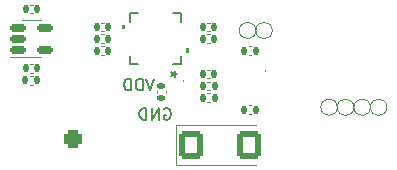
<source format=gbo>
%TF.GenerationSoftware,KiCad,Pcbnew,7.0.2*%
%TF.CreationDate,2024-01-22T16:16:07-06:00*%
%TF.ProjectId,imu-harvester,696d752d-6861-4727-9665-737465722e6b,rev?*%
%TF.SameCoordinates,Original*%
%TF.FileFunction,Legend,Bot*%
%TF.FilePolarity,Positive*%
%FSLAX46Y46*%
G04 Gerber Fmt 4.6, Leading zero omitted, Abs format (unit mm)*
G04 Created by KiCad (PCBNEW 7.0.2) date 2024-01-22 16:16:07*
%MOMM*%
%LPD*%
G01*
G04 APERTURE LIST*
G04 Aperture macros list*
%AMRoundRect*
0 Rectangle with rounded corners*
0 $1 Rounding radius*
0 $2 $3 $4 $5 $6 $7 $8 $9 X,Y pos of 4 corners*
0 Add a 4 corners polygon primitive as box body*
4,1,4,$2,$3,$4,$5,$6,$7,$8,$9,$2,$3,0*
0 Add four circle primitives for the rounded corners*
1,1,$1+$1,$2,$3*
1,1,$1+$1,$4,$5*
1,1,$1+$1,$6,$7*
1,1,$1+$1,$8,$9*
0 Add four rect primitives between the rounded corners*
20,1,$1+$1,$2,$3,$4,$5,0*
20,1,$1+$1,$4,$5,$6,$7,0*
20,1,$1+$1,$6,$7,$8,$9,0*
20,1,$1+$1,$8,$9,$2,$3,0*%
%AMFreePoly0*
4,1,7,1.299000,0.750000,1.299000,-0.750000,0.000000,-1.500000,-1.299000,-0.750000,-1.299000,0.750000,0.000000,1.500000,1.299000,0.750000,1.299000,0.750000,$1*%
G04 Aperture macros list end*
%ADD10C,0.150000*%
%ADD11C,0.120000*%
%ADD12C,0.100000*%
%ADD13C,0.152400*%
%ADD14C,0.200000*%
%ADD15RoundRect,0.400000X-0.400000X-0.400000X0.400000X-0.400000X0.400000X0.400000X-0.400000X0.400000X0*%
%ADD16C,1.600000*%
%ADD17C,1.000000*%
%ADD18FreePoly0,180.000000*%
%ADD19R,0.150000X0.250000*%
%ADD20R,0.500000X0.250000*%
%ADD21RoundRect,0.135000X0.135000X0.185000X-0.135000X0.185000X-0.135000X-0.185000X0.135000X-0.185000X0*%
%ADD22RoundRect,0.140000X0.140000X0.170000X-0.140000X0.170000X-0.140000X-0.170000X0.140000X-0.170000X0*%
%ADD23RoundRect,0.140000X-0.140000X-0.170000X0.140000X-0.170000X0.140000X0.170000X-0.140000X0.170000X0*%
%ADD24RoundRect,0.150000X-0.512500X-0.150000X0.512500X-0.150000X0.512500X0.150000X-0.512500X0.150000X0*%
%ADD25RoundRect,0.250000X-0.787500X-0.925000X0.787500X-0.925000X0.787500X0.925000X-0.787500X0.925000X0*%
%ADD26R,0.249200X0.784800*%
%ADD27R,0.784800X0.249200*%
%ADD28R,2.550000X2.550000*%
%ADD29R,0.410000X0.280000*%
%ADD30R,0.280000X0.410000*%
%ADD31RoundRect,0.140000X-0.170000X0.140000X-0.170000X-0.140000X0.170000X-0.140000X0.170000X0.140000X0*%
G04 APERTURE END LIST*
D10*
X192404761Y-54877619D02*
X192071428Y-55877619D01*
X192071428Y-55877619D02*
X191738095Y-54877619D01*
X191404761Y-55877619D02*
X191404761Y-54877619D01*
X191404761Y-54877619D02*
X191166666Y-54877619D01*
X191166666Y-54877619D02*
X191023809Y-54925238D01*
X191023809Y-54925238D02*
X190928571Y-55020476D01*
X190928571Y-55020476D02*
X190880952Y-55115714D01*
X190880952Y-55115714D02*
X190833333Y-55306190D01*
X190833333Y-55306190D02*
X190833333Y-55449047D01*
X190833333Y-55449047D02*
X190880952Y-55639523D01*
X190880952Y-55639523D02*
X190928571Y-55734761D01*
X190928571Y-55734761D02*
X191023809Y-55830000D01*
X191023809Y-55830000D02*
X191166666Y-55877619D01*
X191166666Y-55877619D02*
X191404761Y-55877619D01*
X190404761Y-55877619D02*
X190404761Y-54877619D01*
X190404761Y-54877619D02*
X190166666Y-54877619D01*
X190166666Y-54877619D02*
X190023809Y-54925238D01*
X190023809Y-54925238D02*
X189928571Y-55020476D01*
X189928571Y-55020476D02*
X189880952Y-55115714D01*
X189880952Y-55115714D02*
X189833333Y-55306190D01*
X189833333Y-55306190D02*
X189833333Y-55449047D01*
X189833333Y-55449047D02*
X189880952Y-55639523D01*
X189880952Y-55639523D02*
X189928571Y-55734761D01*
X189928571Y-55734761D02*
X190023809Y-55830000D01*
X190023809Y-55830000D02*
X190166666Y-55877619D01*
X190166666Y-55877619D02*
X190404761Y-55877619D01*
X193238095Y-57425238D02*
X193333333Y-57377619D01*
X193333333Y-57377619D02*
X193476190Y-57377619D01*
X193476190Y-57377619D02*
X193619047Y-57425238D01*
X193619047Y-57425238D02*
X193714285Y-57520476D01*
X193714285Y-57520476D02*
X193761904Y-57615714D01*
X193761904Y-57615714D02*
X193809523Y-57806190D01*
X193809523Y-57806190D02*
X193809523Y-57949047D01*
X193809523Y-57949047D02*
X193761904Y-58139523D01*
X193761904Y-58139523D02*
X193714285Y-58234761D01*
X193714285Y-58234761D02*
X193619047Y-58330000D01*
X193619047Y-58330000D02*
X193476190Y-58377619D01*
X193476190Y-58377619D02*
X193380952Y-58377619D01*
X193380952Y-58377619D02*
X193238095Y-58330000D01*
X193238095Y-58330000D02*
X193190476Y-58282380D01*
X193190476Y-58282380D02*
X193190476Y-57949047D01*
X193190476Y-57949047D02*
X193380952Y-57949047D01*
X192761904Y-58377619D02*
X192761904Y-57377619D01*
X192761904Y-57377619D02*
X192190476Y-58377619D01*
X192190476Y-58377619D02*
X192190476Y-57377619D01*
X191714285Y-58377619D02*
X191714285Y-57377619D01*
X191714285Y-57377619D02*
X191476190Y-57377619D01*
X191476190Y-57377619D02*
X191333333Y-57425238D01*
X191333333Y-57425238D02*
X191238095Y-57520476D01*
X191238095Y-57520476D02*
X191190476Y-57615714D01*
X191190476Y-57615714D02*
X191142857Y-57806190D01*
X191142857Y-57806190D02*
X191142857Y-57949047D01*
X191142857Y-57949047D02*
X191190476Y-58139523D01*
X191190476Y-58139523D02*
X191238095Y-58234761D01*
X191238095Y-58234761D02*
X191333333Y-58330000D01*
X191333333Y-58330000D02*
X191476190Y-58377619D01*
X191476190Y-58377619D02*
X191714285Y-58377619D01*
X194287380Y-54489799D02*
X194049285Y-54489799D01*
X194144523Y-54727894D02*
X194049285Y-54489799D01*
X194049285Y-54489799D02*
X194144523Y-54251704D01*
X193858809Y-54632656D02*
X194049285Y-54489799D01*
X194049285Y-54489799D02*
X193858809Y-54346942D01*
X194287380Y-54489799D02*
X194049285Y-54489799D01*
X194144523Y-54727894D02*
X194049285Y-54489799D01*
X194049285Y-54489799D02*
X194144523Y-54251704D01*
X193858809Y-54632656D02*
X194049285Y-54489799D01*
X194049285Y-54489799D02*
X193858809Y-54346942D01*
D11*
X201000000Y-50800000D02*
G75*
G03*
X201000000Y-50800000I-700000J0D01*
G01*
D12*
X194825000Y-55000000D02*
X194825000Y-55000000D01*
X194825000Y-55100000D02*
X194825000Y-55100000D01*
X194825000Y-55100000D02*
G75*
G03*
X194825000Y-55000000I0J50000D01*
G01*
X194825000Y-55000000D02*
G75*
G03*
X194825000Y-55100000I0J-50000D01*
G01*
D11*
X197153641Y-55880000D02*
X196846359Y-55880000D01*
X197153641Y-55120000D02*
X196846359Y-55120000D01*
X200607836Y-57860000D02*
X200392164Y-57860000D01*
X200607836Y-57140000D02*
X200392164Y-57140000D01*
X197107836Y-50860000D02*
X196892164Y-50860000D01*
X197107836Y-50140000D02*
X196892164Y-50140000D01*
X197107836Y-54860000D02*
X196892164Y-54860000D01*
X197107836Y-54140000D02*
X196892164Y-54140000D01*
X200607836Y-52860000D02*
X200392164Y-52860000D01*
X200607836Y-52140000D02*
X200392164Y-52140000D01*
X212100000Y-57300000D02*
G75*
G03*
X212100000Y-57300000I-700000J0D01*
G01*
X187892164Y-50140000D02*
X188107836Y-50140000D01*
X187892164Y-50860000D02*
X188107836Y-50860000D01*
X182000000Y-49940000D02*
X181200000Y-49940000D01*
X182000000Y-49940000D02*
X182800000Y-49940000D01*
X182000000Y-53060000D02*
X180200000Y-53060000D01*
X182000000Y-53060000D02*
X182800000Y-53060000D01*
X197107836Y-51860000D02*
X196892164Y-51860000D01*
X197107836Y-51140000D02*
X196892164Y-51140000D01*
X194240000Y-58790000D02*
X201000000Y-58790000D01*
X194240000Y-62210000D02*
X194240000Y-58790000D01*
X201000000Y-62210000D02*
X194240000Y-62210000D01*
X210700000Y-57300000D02*
G75*
G03*
X210700000Y-57300000I-700000J0D01*
G01*
X202400000Y-50800000D02*
G75*
G03*
X202400000Y-50800000I-700000J0D01*
G01*
D13*
X190323000Y-53677000D02*
X190323000Y-52957341D01*
X191042659Y-53677000D02*
X190323000Y-53677000D01*
X194677000Y-53677000D02*
X193957341Y-53677000D01*
X194677000Y-52957341D02*
X194677000Y-53677000D01*
X190323000Y-50042659D02*
X190323000Y-49323000D01*
X190323000Y-49323000D02*
X191042659Y-49323000D01*
X193957341Y-49323000D02*
X194677000Y-49323000D01*
X194677000Y-49323000D02*
X194677000Y-50042659D01*
G36*
X195362801Y-52690501D02*
G01*
X195108801Y-52690501D01*
X195108801Y-52309501D01*
X195362801Y-52309501D01*
X195362801Y-52690501D01*
G37*
G36*
X189891199Y-50690499D02*
G01*
X189637199Y-50690499D01*
X189637199Y-50309499D01*
X189891199Y-50309499D01*
X189891199Y-50690499D01*
G37*
D11*
X207900000Y-57300000D02*
G75*
G03*
X207900000Y-57300000I-700000J0D01*
G01*
X188107836Y-52860000D02*
X187892164Y-52860000D01*
X188107836Y-52140000D02*
X187892164Y-52140000D01*
X182107836Y-49360000D02*
X181892164Y-49360000D01*
X182107836Y-48640000D02*
X181892164Y-48640000D01*
D14*
X201830340Y-54210000D02*
G75*
G03*
X201830340Y-54210000I-13340J0D01*
G01*
D11*
X182153641Y-55380000D02*
X181846359Y-55380000D01*
X182153641Y-54620000D02*
X181846359Y-54620000D01*
X197153641Y-56880000D02*
X196846359Y-56880000D01*
X197153641Y-56120000D02*
X196846359Y-56120000D01*
X187892164Y-51140000D02*
X188107836Y-51140000D01*
X187892164Y-51860000D02*
X188107836Y-51860000D01*
X193360000Y-55892164D02*
X193360000Y-56107836D01*
X192640000Y-55892164D02*
X192640000Y-56107836D01*
X182107836Y-54360000D02*
X181892164Y-54360000D01*
X182107836Y-53640000D02*
X181892164Y-53640000D01*
X209300000Y-57300000D02*
G75*
G03*
X209300000Y-57300000I-700000J0D01*
G01*
%LPC*%
D15*
X185500000Y-60000000D03*
D16*
X188000000Y-60000000D03*
X190500000Y-60000000D03*
D17*
X200300000Y-50800000D03*
D18*
X188100000Y-55000000D03*
X185100000Y-55000000D03*
D19*
X194825000Y-55675000D03*
X195175000Y-55675000D03*
D20*
X195000000Y-56325000D03*
D21*
X197510000Y-55500000D03*
X196490000Y-55500000D03*
D22*
X200980000Y-57500000D03*
X200020000Y-57500000D03*
X197480000Y-50500000D03*
X196520000Y-50500000D03*
X197480000Y-54500000D03*
X196520000Y-54500000D03*
X200980000Y-52500000D03*
X200020000Y-52500000D03*
D17*
X211400000Y-57300000D03*
D23*
X187520000Y-50500000D03*
X188480000Y-50500000D03*
D24*
X180862500Y-52450000D03*
X180862500Y-51500000D03*
X180862500Y-50550000D03*
X183137500Y-50550000D03*
X183137500Y-52450000D03*
D22*
X197480000Y-51500000D03*
X196520000Y-51500000D03*
D25*
X195537500Y-60500000D03*
X200462500Y-60500000D03*
D17*
X210000000Y-57300000D03*
D18*
X186600000Y-57500000D03*
D17*
X201700000Y-50800000D03*
D26*
X193500001Y-53462399D03*
X192999999Y-53462399D03*
X192500000Y-53462399D03*
X192000001Y-53462399D03*
X191499999Y-53462399D03*
D27*
X190537601Y-52500001D03*
X190537601Y-51999999D03*
X190537601Y-51500000D03*
X190537601Y-51000001D03*
X190537601Y-50499999D03*
D26*
X191499999Y-49537601D03*
X192000001Y-49537601D03*
X192500000Y-49537601D03*
X192999999Y-49537601D03*
X193500001Y-49537601D03*
D27*
X194462399Y-50499999D03*
X194462399Y-51000001D03*
X194462399Y-51500000D03*
X194462399Y-51999999D03*
X194462399Y-52500001D03*
D28*
X192500000Y-51500000D03*
D17*
X207200000Y-57300000D03*
D22*
X188480000Y-52500000D03*
X187520000Y-52500000D03*
X182480000Y-49000000D03*
X181520000Y-49000000D03*
D29*
X201315000Y-54250000D03*
X201315000Y-54750000D03*
X201315000Y-55250000D03*
X201315000Y-55750000D03*
D30*
X200750000Y-55815000D03*
X200250000Y-55815000D03*
D29*
X199685000Y-55750000D03*
X199685000Y-55250000D03*
X199685000Y-54750000D03*
X199685000Y-54250000D03*
D30*
X200250000Y-54185000D03*
X200750000Y-54185000D03*
D21*
X182510000Y-55000000D03*
X181490000Y-55000000D03*
X197510000Y-56500000D03*
X196490000Y-56500000D03*
D18*
X189600000Y-57500000D03*
D23*
X187520000Y-51500000D03*
X188480000Y-51500000D03*
D31*
X193000000Y-55520000D03*
X193000000Y-56480000D03*
D22*
X182480000Y-54000000D03*
X181520000Y-54000000D03*
D17*
X208600000Y-57300000D03*
%LPD*%
M02*

</source>
